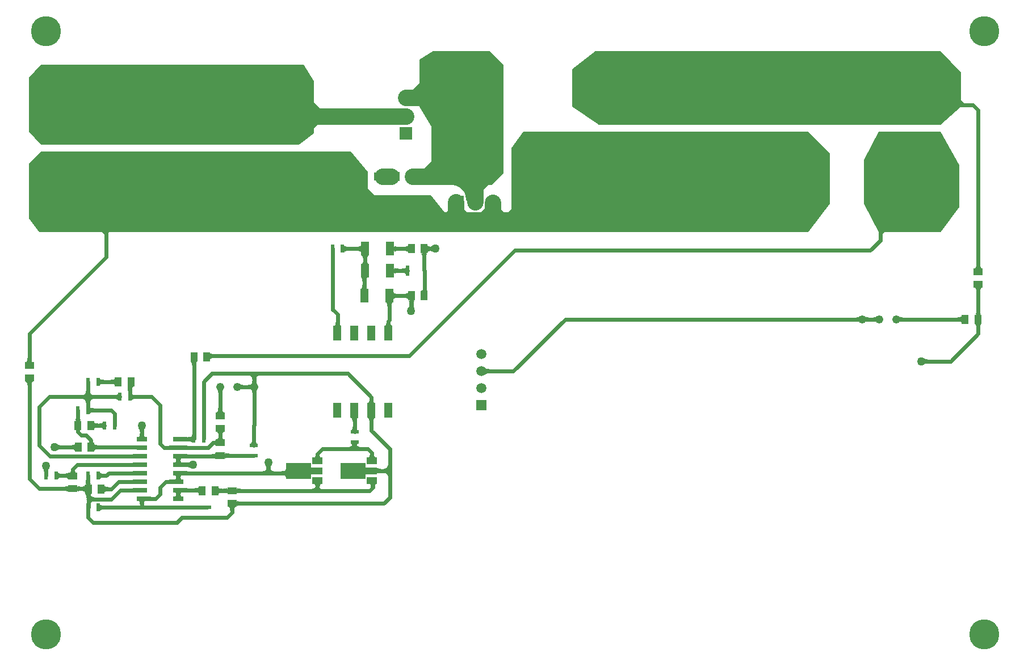
<source format=gtl>
G04 Layer_Physical_Order=1*
G04 Layer_Color=255*
%FSAX23Y23*%
%MOIN*%
G70*
G01*
G75*
%ADD10R,0.057X0.039*%
%ADD11R,0.039X0.057*%
%ADD12R,0.020X0.049*%
%ADD13R,0.060X0.026*%
%ADD14R,0.049X0.020*%
%ADD15R,0.049X0.079*%
%ADD16R,0.020X0.063*%
%ADD17R,0.051X0.087*%
%ADD18R,0.150X0.098*%
%ADD19R,0.059X0.039*%
%ADD20R,0.067X0.039*%
%ADD21R,0.079X0.161*%
%ADD22R,0.041X0.136*%
%ADD23C,0.024*%
%ADD24C,0.098*%
G04:AMPARAMS|DCode=25|XSize=126mil|YSize=15mil|CornerRadius=0mil|HoleSize=0mil|Usage=FLASHONLY|Rotation=315.000|XOffset=0mil|YOffset=0mil|HoleType=Round|Shape=Rectangle|*
%AMROTATEDRECTD25*
4,1,4,-0.050,0.039,-0.039,0.050,0.050,-0.039,0.039,-0.050,-0.050,0.039,0.0*
%
%ADD25ROTATEDRECTD25*%

G04:AMPARAMS|DCode=26|XSize=126mil|YSize=31mil|CornerRadius=0mil|HoleSize=0mil|Usage=FLASHONLY|Rotation=225.000|XOffset=0mil|YOffset=0mil|HoleType=Round|Shape=Rectangle|*
%AMROTATEDRECTD26*
4,1,4,0.033,0.056,0.056,0.033,-0.033,-0.056,-0.056,-0.033,0.033,0.056,0.0*
%
%ADD26ROTATEDRECTD26*%

G04:AMPARAMS|DCode=27|XSize=126mil|YSize=31mil|CornerRadius=0mil|HoleSize=0mil|Usage=FLASHONLY|Rotation=135.000|XOffset=0mil|YOffset=0mil|HoleType=Round|Shape=Rectangle|*
%AMROTATEDRECTD27*
4,1,4,0.056,-0.033,0.033,-0.056,-0.056,0.033,-0.033,0.056,0.056,-0.033,0.0*
%
%ADD27ROTATEDRECTD27*%

G04:AMPARAMS|DCode=28|XSize=78mil|YSize=69mil|CornerRadius=0mil|HoleSize=0mil|Usage=FLASHONLY|Rotation=225.000|XOffset=0mil|YOffset=0mil|HoleType=Round|Shape=Rectangle|*
%AMROTATEDRECTD28*
4,1,4,0.003,0.052,0.052,0.003,-0.003,-0.052,-0.052,-0.003,0.003,0.052,0.0*
%
%ADD28ROTATEDRECTD28*%

G04:AMPARAMS|DCode=29|XSize=148mil|YSize=69mil|CornerRadius=0mil|HoleSize=0mil|Usage=FLASHONLY|Rotation=135.000|XOffset=0mil|YOffset=0mil|HoleType=Round|Shape=Rectangle|*
%AMROTATEDRECTD29*
4,1,4,0.077,-0.028,0.028,-0.077,-0.077,0.028,-0.028,0.077,0.077,-0.028,0.0*
%
%ADD29ROTATEDRECTD29*%

G04:AMPARAMS|DCode=30|XSize=35mil|YSize=132mil|CornerRadius=0mil|HoleSize=0mil|Usage=FLASHONLY|Rotation=135.000|XOffset=0mil|YOffset=0mil|HoleType=Round|Shape=Rectangle|*
%AMROTATEDRECTD30*
4,1,4,0.059,0.034,-0.034,-0.059,-0.059,-0.034,0.034,0.059,0.059,0.034,0.0*
%
%ADD30ROTATEDRECTD30*%

G04:AMPARAMS|DCode=31|XSize=42mil|YSize=42mil|CornerRadius=0mil|HoleSize=0mil|Usage=FLASHONLY|Rotation=45.000|XOffset=0mil|YOffset=0mil|HoleType=Round|Shape=Rectangle|*
%AMROTATEDRECTD31*
4,1,4,0.000,-0.030,-0.030,0.000,0.000,0.030,0.030,0.000,0.000,-0.030,0.0*
%
%ADD31ROTATEDRECTD31*%

G04:AMPARAMS|DCode=32|XSize=90mil|YSize=21mil|CornerRadius=0mil|HoleSize=0mil|Usage=FLASHONLY|Rotation=45.000|XOffset=0mil|YOffset=0mil|HoleType=Round|Shape=Rectangle|*
%AMROTATEDRECTD32*
4,1,4,-0.025,-0.039,-0.039,-0.025,0.025,0.039,0.039,0.025,-0.025,-0.039,0.0*
%
%ADD32ROTATEDRECTD32*%

G04:AMPARAMS|DCode=33|XSize=10mil|YSize=98mil|CornerRadius=0mil|HoleSize=0mil|Usage=FLASHONLY|Rotation=45.000|XOffset=0mil|YOffset=0mil|HoleType=Round|Shape=Rectangle|*
%AMROTATEDRECTD33*
4,1,4,0.031,-0.038,-0.038,0.031,-0.031,0.038,0.038,-0.031,0.031,-0.038,0.0*
%
%ADD33ROTATEDRECTD33*%

G04:AMPARAMS|DCode=34|XSize=10mil|YSize=98mil|CornerRadius=0mil|HoleSize=0mil|Usage=FLASHONLY|Rotation=135.000|XOffset=0mil|YOffset=0mil|HoleType=Round|Shape=Rectangle|*
%AMROTATEDRECTD34*
4,1,4,0.038,0.031,-0.031,-0.038,-0.038,-0.031,0.031,0.038,0.038,0.031,0.0*
%
%ADD34ROTATEDRECTD34*%

G04:AMPARAMS|DCode=35|XSize=10mil|YSize=30mil|CornerRadius=0mil|HoleSize=0mil|Usage=FLASHONLY|Rotation=135.000|XOffset=0mil|YOffset=0mil|HoleType=Round|Shape=Rectangle|*
%AMROTATEDRECTD35*
4,1,4,0.014,0.007,-0.007,-0.014,-0.014,-0.007,0.007,0.014,0.014,0.007,0.0*
%
%ADD35ROTATEDRECTD35*%

G04:AMPARAMS|DCode=36|XSize=20mil|YSize=77mil|CornerRadius=0mil|HoleSize=0mil|Usage=FLASHONLY|Rotation=225.000|XOffset=0mil|YOffset=0mil|HoleType=Round|Shape=Rectangle|*
%AMROTATEDRECTD36*
4,1,4,-0.020,0.034,0.034,-0.020,0.020,-0.034,-0.034,0.020,-0.020,0.034,0.0*
%
%ADD36ROTATEDRECTD36*%

G04:AMPARAMS|DCode=37|XSize=51mil|YSize=16mil|CornerRadius=0mil|HoleSize=0mil|Usage=FLASHONLY|Rotation=45.000|XOffset=0mil|YOffset=0mil|HoleType=Round|Shape=Rectangle|*
%AMROTATEDRECTD37*
4,1,4,-0.012,-0.024,-0.024,-0.012,0.012,0.024,0.024,0.012,-0.012,-0.024,0.0*
%
%ADD37ROTATEDRECTD37*%

%ADD38C,0.048*%
%ADD39C,0.059*%
%ADD40R,0.059X0.059*%
%ADD41C,0.078*%
%ADD42R,0.078X0.078*%
%ADD43C,0.177*%
%ADD44R,0.074X0.074*%
%ADD45C,0.074*%
%ADD46C,0.157*%
%ADD47C,0.112*%
%ADD48C,0.050*%
G36*
X01741Y02235D02*
X01741Y02235D01*
X01740Y02235D01*
X01739Y02235D01*
X01736Y02235D01*
X01718Y02236D01*
Y02259D01*
X01741Y02260D01*
Y02235D01*
D02*
G37*
G36*
X02261Y02269D02*
X02262Y02268D01*
X02263Y02267D01*
X02265Y02266D01*
X02267Y02265D01*
X02269Y02264D01*
X02272Y02264D01*
X02276Y02263D01*
X02284Y02263D01*
Y02239D01*
X02280Y02239D01*
X02272Y02239D01*
X02269Y02238D01*
X02267Y02237D01*
X02265Y02236D01*
X02263Y02235D01*
X02262Y02234D01*
X02261Y02233D01*
X02261Y02231D01*
Y02271D01*
X02261Y02269D01*
D02*
G37*
G36*
X02204Y02231D02*
X02204Y02232D01*
X02203Y02233D01*
X02202Y02234D01*
X02200Y02234D01*
X02198Y02235D01*
X02196Y02235D01*
X02189Y02235D01*
X02180Y02236D01*
Y02259D01*
X02185Y02259D01*
X02189Y02260D01*
X02192Y02260D01*
X02196Y02261D01*
X02198Y02262D01*
X02200Y02263D01*
X02202Y02265D01*
X02203Y02266D01*
X02204Y02268D01*
X02204Y02271D01*
Y02231D01*
D02*
G37*
G36*
X02015Y02260D02*
X02016Y02260D01*
X02017Y02260D01*
X02021Y02259D01*
X02038Y02259D01*
Y02236D01*
X02015Y02235D01*
Y02260D01*
X02015Y02260D01*
D02*
G37*
G36*
X01378Y02277D02*
X01378Y02279D01*
X01377Y02281D01*
X01376Y02283D01*
X01375Y02284D01*
X01372Y02286D01*
X01370Y02287D01*
X01367Y02287D01*
X01363Y02288D01*
X01359Y02288D01*
X01355Y02288D01*
Y02312D01*
X01359Y02312D01*
X01363Y02313D01*
X01367Y02313D01*
X01370Y02314D01*
X01372Y02315D01*
X01375Y02316D01*
X01376Y02318D01*
X01377Y02320D01*
X01378Y02322D01*
X01378Y02324D01*
Y02277D01*
D02*
G37*
G36*
X03134Y02260D02*
X03134Y02256D01*
X03135Y02253D01*
X03136Y02250D01*
X03137Y02247D01*
X03138Y02245D01*
X03140Y02243D01*
X03142Y02242D01*
X03144Y02241D01*
X03146Y02241D01*
X03099D01*
X03101Y02241D01*
X03103Y02242D01*
X03105Y02243D01*
X03106Y02245D01*
X03107Y02247D01*
X03109Y02250D01*
X03109Y02253D01*
X03110Y02256D01*
X03110Y02260D01*
X03110Y02265D01*
X03134D01*
X03134Y02260D01*
D02*
G37*
G36*
X02815Y02257D02*
X02816Y02251D01*
X02816Y02248D01*
X02817Y02246D01*
X02818Y02244D01*
X02819Y02243D01*
X02820Y02242D01*
X02822Y02241D01*
X02823Y02241D01*
X02784D01*
X02785Y02241D01*
X02786Y02242D01*
X02788Y02243D01*
X02789Y02244D01*
X02789Y02246D01*
X02790Y02248D01*
X02791Y02251D01*
X02791Y02254D01*
X02791Y02257D01*
X02791Y02261D01*
X02815D01*
X02815Y02257D01*
D02*
G37*
G36*
X01378Y02168D02*
X01379Y02164D01*
X01379Y02161D01*
X01380Y02158D01*
X01381Y02156D01*
X01382Y02154D01*
X01383Y02153D01*
X01384Y02151D01*
X01386Y02151D01*
X01388Y02151D01*
X01345D01*
X01346Y02151D01*
X01348Y02151D01*
X01350Y02153D01*
X01351Y02154D01*
X01352Y02156D01*
X01353Y02158D01*
X01354Y02161D01*
X01354Y02164D01*
X01354Y02168D01*
X01354Y02172D01*
X01378D01*
X01378Y02168D01*
D02*
G37*
G36*
X03152Y02181D02*
X03153Y02179D01*
X03154Y02178D01*
X03155Y02177D01*
X03158Y02176D01*
X03160Y02176D01*
X03163Y02175D01*
X03167Y02175D01*
X03175Y02174D01*
Y02151D01*
X03171Y02151D01*
X03163Y02150D01*
X03160Y02149D01*
X03158Y02149D01*
X03155Y02148D01*
X03154Y02147D01*
X03153Y02146D01*
X03152Y02144D01*
X03152Y02143D01*
Y02182D01*
X03152Y02181D01*
D02*
G37*
G36*
X02530Y02191D02*
X02529Y02189D01*
X02529Y02188D01*
X02528Y02186D01*
X02527Y02184D01*
X02527Y02182D01*
X02526Y02180D01*
X02526Y02178D01*
X02527Y02174D01*
X02528Y02171D01*
X02530Y02168D01*
X02532Y02165D01*
X02534Y02163D01*
X02537Y02161D01*
X02541Y02160D01*
X02545Y02159D01*
X02549Y02159D01*
X02514Y02136D01*
X02479Y02159D01*
X02483Y02159D01*
X02487Y02160D01*
X02491Y02161D01*
X02494Y02163D01*
X02496Y02165D01*
X02498Y02168D01*
X02500Y02171D01*
X02501Y02174D01*
X02502Y02178D01*
X02502Y02180D01*
X02501Y02182D01*
X02501Y02184D01*
X02500Y02186D01*
X02499Y02188D01*
X02498Y02189D01*
X02498Y02191D01*
X02496Y02192D01*
X02531D01*
X02530Y02191D01*
D02*
G37*
G36*
X01225Y02173D02*
X01224Y02172D01*
X01223Y02170D01*
X01223Y02168D01*
X01222Y02167D01*
X01222Y02165D01*
X01221Y02162D01*
X01221Y02160D01*
X01221Y02158D01*
X01221Y02155D01*
X01197D01*
X01197Y02158D01*
X01196Y02162D01*
X01196Y02165D01*
X01196Y02167D01*
X01195Y02168D01*
X01194Y02170D01*
X01193Y02172D01*
X01192Y02173D01*
X01191Y02174D01*
X01226D01*
X01225Y02173D01*
D02*
G37*
G36*
X02006Y02234D02*
X02004Y02234D01*
X02002Y02233D01*
X02001Y02231D01*
X02000Y02229D01*
X01999Y02226D01*
X01998Y02223D01*
X01998Y02222D01*
X01998Y02222D01*
X01999Y02218D01*
X02000Y02216D01*
X02001Y02214D01*
X02002Y02212D01*
X02004Y02211D01*
X02006Y02210D01*
X02009Y02210D01*
X01961D01*
X01964Y02210D01*
X01966Y02211D01*
X01967Y02212D01*
X01969Y02214D01*
X01970Y02216D01*
X01971Y02218D01*
X01972Y02222D01*
X01972Y02222D01*
X01972Y02223D01*
X01971Y02226D01*
X01970Y02229D01*
X01969Y02231D01*
X01967Y02233D01*
X01966Y02234D01*
X01964Y02234D01*
X01961Y02235D01*
X02009D01*
X02006Y02234D01*
D02*
G37*
G36*
X02052Y02179D02*
X02051Y02181D01*
X02050Y02181D01*
X02048Y02182D01*
X02046Y02183D01*
X02045Y02184D01*
X02043Y02184D01*
X02040Y02185D01*
X02038Y02185D01*
X02036Y02185D01*
X02036Y02185D01*
X02015Y02185D01*
Y02210D01*
X02015Y02210D01*
X02016Y02210D01*
X02017Y02209D01*
X02019Y02209D01*
X02026Y02209D01*
X02035Y02209D01*
X02036Y02209D01*
X02040Y02209D01*
X02043Y02210D01*
X02045Y02210D01*
X02046Y02211D01*
X02048Y02212D01*
X02050Y02212D01*
X02051Y02213D01*
X02052Y02214D01*
Y02179D01*
D02*
G37*
G36*
X01741Y02185D02*
X01741Y02185D01*
X01740Y02185D01*
X01739Y02185D01*
X01736Y02185D01*
X01718Y02186D01*
Y02209D01*
X01741Y02210D01*
Y02185D01*
D02*
G37*
G36*
X01492Y02322D02*
X01493Y02320D01*
X01494Y02318D01*
X01496Y02316D01*
X01498Y02315D01*
X01501Y02314D01*
X01504Y02313D01*
X01507Y02313D01*
X01511Y02312D01*
X01516Y02312D01*
Y02288D01*
X01511Y02288D01*
X01507Y02288D01*
X01504Y02287D01*
X01501Y02287D01*
X01498Y02286D01*
X01496Y02284D01*
X01494Y02283D01*
X01493Y02281D01*
X01492Y02279D01*
X01492Y02277D01*
Y02324D01*
X01492Y02322D01*
D02*
G37*
G36*
X02015Y02360D02*
X02016Y02360D01*
X02017Y02360D01*
X02021Y02359D01*
X02038Y02359D01*
Y02336D01*
X02015Y02335D01*
Y02360D01*
X02015Y02360D01*
D02*
G37*
G36*
X01484Y02339D02*
X01485Y02329D01*
X01485Y02329D01*
X01486Y02329D01*
X01460D01*
X01460Y02329D01*
X01460Y02329D01*
X01460Y02330D01*
X01460Y02331D01*
X01461Y02332D01*
X01461Y02337D01*
X01461Y02342D01*
X01484D01*
X01484Y02339D01*
D02*
G37*
G36*
X02065Y02325D02*
X02065Y02327D01*
X02064Y02329D01*
X02063Y02330D01*
X02061Y02332D01*
X02059Y02333D01*
X02057Y02334D01*
X02054Y02335D01*
X02050Y02335D01*
X02046Y02335D01*
X02042Y02336D01*
Y02359D01*
X02046Y02359D01*
X02050Y02360D01*
X02054Y02360D01*
X02057Y02361D01*
X02059Y02362D01*
X02061Y02363D01*
X02063Y02365D01*
X02064Y02367D01*
X02065Y02369D01*
X02065Y02371D01*
Y02325D01*
D02*
G37*
G36*
X02254Y02391D02*
X02252Y02390D01*
X02250Y02389D01*
X02249Y02387D01*
X02247Y02385D01*
X02246Y02383D01*
X02245Y02379D01*
X02245Y02376D01*
X02244Y02372D01*
X02244Y02368D01*
X02244Y02365D01*
X02245Y02361D01*
X02245Y02357D01*
X02246Y02354D01*
X02247Y02351D01*
X02249Y02349D01*
X02250Y02348D01*
X02252Y02346D01*
X02254Y02346D01*
X02256Y02345D01*
X02209D01*
X02211Y02346D01*
X02213Y02346D01*
X02215Y02348D01*
X02216Y02349D01*
X02218Y02351D01*
X02219Y02354D01*
X02220Y02357D01*
X02220Y02361D01*
X02221Y02365D01*
X02221Y02368D01*
X02221Y02372D01*
X02220Y02376D01*
X02220Y02379D01*
X02219Y02383D01*
X02218Y02385D01*
X02216Y02387D01*
X02215Y02389D01*
X02213Y02390D01*
X02211Y02391D01*
X02209Y02391D01*
X02256D01*
X02254Y02391D01*
D02*
G37*
G36*
X03032Y02418D02*
X03032Y02414D01*
X03033Y02410D01*
X03034Y02407D01*
X03035Y02404D01*
X03036Y02402D01*
X03037Y02401D01*
X03039Y02400D01*
X03041Y02399D01*
X03043Y02399D01*
X02996D01*
X02998Y02399D01*
X03000Y02400D01*
X03002Y02401D01*
X03004Y02402D01*
X03005Y02404D01*
X03006Y02407D01*
X03007Y02410D01*
X03008Y02414D01*
X03008Y02418D01*
X03008Y02422D01*
X03032D01*
X03032Y02418D01*
D02*
G37*
G36*
X01787Y02410D02*
X01786Y02409D01*
X01786Y02407D01*
X01785Y02406D01*
X01784Y02404D01*
X01784Y02402D01*
X01784Y02400D01*
X01783Y02397D01*
X01783Y02392D01*
X01760Y02390D01*
X01759Y02393D01*
X01759Y02398D01*
X01759Y02400D01*
X01758Y02402D01*
X01757Y02404D01*
X01757Y02405D01*
X01756Y02407D01*
X01755Y02408D01*
X01753Y02409D01*
X01788Y02411D01*
X01787Y02410D01*
D02*
G37*
G36*
X01783Y02379D02*
X01784Y02375D01*
X01784Y02372D01*
X01785Y02368D01*
X01786Y02366D01*
X01787Y02364D01*
X01789Y02362D01*
X01791Y02361D01*
X01793Y02360D01*
X01795Y02360D01*
X01748D01*
X01750Y02360D01*
X01752Y02361D01*
X01754Y02362D01*
X01755Y02364D01*
X01757Y02366D01*
X01758Y02368D01*
X01758Y02372D01*
X01759Y02375D01*
X01759Y02379D01*
X01760Y02384D01*
X01783D01*
X01783Y02379D01*
D02*
G37*
G36*
X01741Y02310D02*
Y02285D01*
X01741Y02285D01*
X01740Y02286D01*
X01739Y02287D01*
X01738Y02287D01*
X01736Y02288D01*
X01733Y02288D01*
X01726Y02288D01*
X01718Y02288D01*
Y02312D01*
X01741Y02310D01*
D02*
G37*
G36*
X01277Y02317D02*
X01278Y02316D01*
X01280Y02315D01*
X01282Y02314D01*
X01283Y02314D01*
X01285Y02313D01*
X01288Y02313D01*
X01290Y02312D01*
X01292Y02312D01*
X01295Y02312D01*
X01295Y02288D01*
X01292Y02288D01*
X01288Y02288D01*
X01285Y02288D01*
X01283Y02287D01*
X01282Y02286D01*
X01280Y02286D01*
X01278Y02285D01*
X01277Y02284D01*
X01276Y02283D01*
X01276Y02318D01*
X01277Y02317D01*
D02*
G37*
G36*
X03032Y02321D02*
X03032Y02320D01*
X03043D01*
X03041Y02320D01*
X03039Y02319D01*
X03037Y02318D01*
X03036Y02316D01*
X03035Y02314D01*
X03034Y02313D01*
X03035Y02311D01*
X03038Y02308D01*
X03040Y02306D01*
X03043Y02304D01*
X03047Y02303D01*
X03051Y02302D01*
X03055Y02302D01*
X03020Y02279D01*
X02984Y02302D01*
X02989Y02302D01*
X02993Y02303D01*
X02996Y02304D01*
X03000Y02306D01*
X03002Y02308D01*
X03004Y02311D01*
X03006Y02313D01*
X03005Y02314D01*
X03004Y02316D01*
X03002Y02318D01*
X03000Y02319D01*
X02998Y02320D01*
X02996Y02320D01*
X03008D01*
X03008Y02321D01*
X03008Y02326D01*
X03032D01*
X03032Y02321D01*
D02*
G37*
G36*
X01955Y02285D02*
X01955Y02285D01*
X01954Y02285D01*
X01953Y02285D01*
X01949Y02285D01*
X01931Y02286D01*
Y02309D01*
X01955Y02310D01*
Y02285D01*
D02*
G37*
G36*
X02441Y02339D02*
X02442Y02335D01*
X02442Y02331D01*
X02443Y02328D01*
X02444Y02326D01*
X02445Y02324D01*
X02447Y02322D01*
X02449Y02321D01*
X02451Y02320D01*
X02453Y02320D01*
X02406D01*
X02408Y02320D01*
X02410Y02321D01*
X02412Y02322D01*
X02413Y02324D01*
X02415Y02326D01*
X02416Y02328D01*
X02416Y02331D01*
X02417Y02335D01*
X02417Y02339D01*
X02417Y02343D01*
X02441D01*
X02441Y02339D01*
D02*
G37*
G36*
X02204Y02311D02*
X02204Y02312D01*
X02204Y02312D01*
X02203Y02313D01*
X02202Y02313D01*
X02200Y02313D01*
X02199Y02314D01*
X02197Y02314D01*
X02192Y02314D01*
X02189Y02314D01*
Y02338D01*
X02192Y02338D01*
X02199Y02338D01*
X02200Y02338D01*
X02202Y02339D01*
X02203Y02339D01*
X02204Y02340D01*
X02204Y02340D01*
X02204Y02341D01*
Y02311D01*
D02*
G37*
G36*
X02015Y02310D02*
X02016Y02310D01*
X02017Y02310D01*
X02021Y02309D01*
X02038Y02309D01*
Y02286D01*
X02015Y02285D01*
Y02310D01*
X02015Y02310D01*
D02*
G37*
G36*
X02273Y02025D02*
X02273Y02026D01*
X02272Y02028D01*
X02271Y02029D01*
X02269Y02030D01*
X02267Y02031D01*
X02264Y02031D01*
X02261Y02032D01*
X02258Y02032D01*
X02249Y02033D01*
Y02056D01*
X02254Y02056D01*
X02261Y02057D01*
X02264Y02057D01*
X02267Y02058D01*
X02269Y02059D01*
X02271Y02060D01*
X02272Y02061D01*
X02273Y02062D01*
X02273Y02064D01*
Y02025D01*
D02*
G37*
G36*
X02107Y02024D02*
X02106Y02026D01*
X02106Y02028D01*
X02105Y02030D01*
X02103Y02031D01*
X02101Y02033D01*
X02098Y02034D01*
X02095Y02034D01*
X02092Y02035D01*
X02087Y02035D01*
X02083Y02036D01*
Y02059D01*
X02087Y02059D01*
X02092Y02060D01*
X02095Y02060D01*
X02098Y02061D01*
X02101Y02062D01*
X02103Y02063D01*
X02105Y02065D01*
X02106Y02067D01*
X02106Y02069D01*
X02107Y02071D01*
Y02024D01*
D02*
G37*
G36*
X02221Y02066D02*
X02221Y02064D01*
X02223Y02062D01*
X02224Y02060D01*
X02226Y02059D01*
X02229Y02058D01*
X02232Y02057D01*
X02236Y02057D01*
X02240Y02056D01*
X02244Y02056D01*
Y02033D01*
X02240Y02032D01*
X02236Y02032D01*
X02232Y02031D01*
X02229Y02031D01*
X02226Y02030D01*
X02224Y02028D01*
X02223Y02027D01*
X02221Y02025D01*
X02221Y02023D01*
X02221Y02021D01*
Y02068D01*
X02221Y02066D01*
D02*
G37*
G36*
X02330Y02062D02*
X02331Y02061D01*
X02332Y02060D01*
X02334Y02059D01*
X02336Y02058D01*
X02338Y02057D01*
X02341Y02057D01*
X02345Y02056D01*
X02353Y02056D01*
Y02033D01*
X02349Y02032D01*
X02341Y02032D01*
X02338Y02031D01*
X02336Y02031D01*
X02334Y02030D01*
X02332Y02029D01*
X02331Y02028D01*
X02330Y02026D01*
X02330Y02025D01*
Y02064D01*
X02330Y02062D01*
D02*
G37*
G36*
X01741Y02035D02*
X01741Y02035D01*
X01740Y02035D01*
X01739Y02035D01*
X01736Y02035D01*
X01718Y02036D01*
Y02059D01*
X01741Y02060D01*
Y02035D01*
D02*
G37*
G36*
X02825Y02084D02*
X02823Y02083D01*
X02821Y02082D01*
X02819Y02080D01*
X02818Y02078D01*
X02817Y02075D01*
X02816Y02072D01*
X02816Y02069D01*
X02816Y02068D01*
X02816Y02065D01*
X02817Y02062D01*
X02818Y02060D01*
X02819Y02058D01*
X02820Y02057D01*
X02821Y02056D01*
X02823Y02056D01*
X02803Y02033D01*
X02768Y02056D01*
X02772Y02056D01*
X02776Y02057D01*
X02780Y02058D01*
X02783Y02060D01*
X02786Y02062D01*
X02788Y02065D01*
X02789Y02068D01*
X02791Y02071D01*
X02791Y02071D01*
X02790Y02072D01*
X02790Y02075D01*
X02789Y02078D01*
X02787Y02080D01*
X02786Y02082D01*
X02784Y02083D01*
X02782Y02084D01*
X02780Y02084D01*
X02827D01*
X02825Y02084D01*
D02*
G37*
G36*
X01551Y02076D02*
X01552Y02074D01*
X01553Y02072D01*
X01555Y02070D01*
X01557Y02069D01*
X01560Y02068D01*
X01563Y02067D01*
X01566Y02066D01*
X01570Y02066D01*
X01575Y02066D01*
Y02042D01*
X01570Y02042D01*
X01566Y02042D01*
X01563Y02041D01*
X01560Y02041D01*
X01557Y02039D01*
X01555Y02038D01*
X01553Y02037D01*
X01552Y02035D01*
X01551Y02033D01*
X01551Y02031D01*
Y02078D01*
X01551Y02076D01*
D02*
G37*
G36*
X02330Y01988D02*
X02331Y01986D01*
X02332Y01985D01*
X02334Y01984D01*
X02336Y01983D01*
X02338Y01983D01*
X02341Y01982D01*
X02345Y01982D01*
X02353Y01981D01*
Y01958D01*
X02349Y01958D01*
X02341Y01957D01*
X02338Y01957D01*
X02336Y01956D01*
X02334Y01955D01*
X02332Y01954D01*
X02331Y01953D01*
X02330Y01951D01*
X02330Y01950D01*
Y01989D01*
X02330Y01988D01*
D02*
G37*
G36*
X02323Y01950D02*
X02321Y01949D01*
X02319Y01948D01*
X02317Y01946D01*
X02316Y01944D01*
X02315Y01942D01*
X02314Y01938D01*
X02314Y01935D01*
X02313Y01931D01*
X02313Y01926D01*
X02290D01*
X02289Y01931D01*
X02289Y01935D01*
X02288Y01938D01*
X02288Y01942D01*
X02287Y01944D01*
X02285Y01946D01*
X02284Y01948D01*
X02282Y01949D01*
X02280Y01950D01*
X02278Y01950D01*
X02325D01*
X02323Y01950D01*
D02*
G37*
G36*
X01524Y01967D02*
X01525Y01965D01*
X01526Y01964D01*
X01527Y01962D01*
X01530Y01961D01*
X01532Y01960D01*
X01535Y01959D01*
X01539Y01958D01*
X01543Y01958D01*
X01547Y01958D01*
Y01934D01*
X01543Y01934D01*
X01539Y01934D01*
X01535Y01933D01*
X01532Y01932D01*
X01530Y01931D01*
X01527Y01930D01*
X01526Y01928D01*
X01525Y01927D01*
X01524Y01925D01*
X01524Y01922D01*
Y01970D01*
X01524Y01967D01*
D02*
G37*
G36*
X01469Y02026D02*
X01469Y02026D01*
X01476D01*
X01475Y02026D01*
X01474Y02025D01*
X01472Y02024D01*
X01471Y02022D01*
X01471Y02020D01*
X01470Y02019D01*
X01471Y02019D01*
X01472Y02015D01*
X01475Y02013D01*
X01477Y02011D01*
X01480Y02009D01*
X01484Y02008D01*
X01488Y02007D01*
X01492Y02007D01*
Y01983D01*
X01488Y01983D01*
X01484Y01982D01*
X01480Y01981D01*
X01477Y01980D01*
X01475Y01977D01*
X01472Y01975D01*
X01471Y01972D01*
X01470Y01968D01*
X01469Y01964D01*
X01469Y01960D01*
X01445Y01995D01*
X01450Y02002D01*
X01445D01*
X01445Y02007D01*
X01444Y02014D01*
X01444Y02017D01*
X01443Y02020D01*
X01442Y02022D01*
X01441Y02024D01*
X01440Y02025D01*
X01439Y02026D01*
X01437Y02026D01*
X01465D01*
X01469Y02031D01*
X01469Y02026D01*
D02*
G37*
G36*
X02006Y02034D02*
X02004Y02034D01*
X02002Y02033D01*
X02001Y02031D01*
X02000Y02029D01*
X01999Y02026D01*
X01998Y02023D01*
X01998Y02022D01*
X01998Y02022D01*
X01999Y02018D01*
X02000Y02016D01*
X02001Y02014D01*
X02002Y02012D01*
X02004Y02011D01*
X02006Y02010D01*
X02009Y02010D01*
X01961D01*
X01964Y02010D01*
X01966Y02011D01*
X01967Y02012D01*
X01969Y02014D01*
X01970Y02016D01*
X01971Y02018D01*
X01972Y02022D01*
X01972Y02022D01*
X01972Y02023D01*
X01971Y02026D01*
X01970Y02029D01*
X01969Y02031D01*
X01967Y02033D01*
X01966Y02034D01*
X01964Y02034D01*
X01961Y02035D01*
X02009D01*
X02006Y02034D01*
D02*
G37*
G36*
X01801Y02010D02*
X01802Y02010D01*
X01803Y02010D01*
X01807Y02009D01*
X01825Y02009D01*
Y01986D01*
X01801Y01985D01*
Y02010D01*
X01801Y02010D01*
D02*
G37*
G36*
X01793Y01984D02*
X01791Y01984D01*
X01789Y01983D01*
X01787Y01981D01*
X01786Y01979D01*
X01785Y01976D01*
X01784Y01973D01*
X01784Y01970D01*
X01783Y01966D01*
X01783Y01961D01*
X01760D01*
X01759Y01966D01*
X01759Y01970D01*
X01758Y01973D01*
X01758Y01976D01*
X01757Y01979D01*
X01755Y01981D01*
X01754Y01983D01*
X01752Y01984D01*
X01750Y01984D01*
X01748Y01985D01*
X01795D01*
X01793Y01984D01*
D02*
G37*
G36*
X02015Y02060D02*
X02016Y02060D01*
X02017Y02060D01*
X02021Y02059D01*
X02038Y02059D01*
Y02036D01*
X02015Y02035D01*
Y02060D01*
X02015Y02060D01*
D02*
G37*
G36*
X01338Y02111D02*
X01338Y02113D01*
X01337Y02115D01*
X01336Y02116D01*
X01334Y02118D01*
X01332Y02119D01*
X01329Y02120D01*
X01326Y02120D01*
X01323Y02121D01*
X01319Y02121D01*
X01314Y02121D01*
Y02145D01*
X01319Y02145D01*
X01329Y02146D01*
X01332Y02146D01*
X01334Y02147D01*
X01336Y02148D01*
X01337Y02148D01*
X01338Y02149D01*
X01338Y02151D01*
Y02111D01*
D02*
G37*
G36*
X02006Y02134D02*
X02004Y02134D01*
X02002Y02133D01*
X02001Y02131D01*
X02000Y02129D01*
X01999Y02126D01*
X01998Y02123D01*
X01998Y02122D01*
X01998Y02122D01*
X01999Y02118D01*
X02000Y02116D01*
X02001Y02114D01*
X02002Y02112D01*
X02004Y02111D01*
X02006Y02110D01*
X02009Y02110D01*
X01961D01*
X01964Y02110D01*
X01966Y02111D01*
X01967Y02112D01*
X01969Y02114D01*
X01970Y02116D01*
X01971Y02118D01*
X01972Y02122D01*
X01972Y02122D01*
X01972Y02123D01*
X01971Y02126D01*
X01970Y02129D01*
X01969Y02131D01*
X01967Y02133D01*
X01966Y02134D01*
X01964Y02134D01*
X01961Y02135D01*
X02009D01*
X02006Y02134D01*
D02*
G37*
G36*
X01524Y02154D02*
X01525Y02152D01*
X01526Y02151D01*
X01527Y02149D01*
X01530Y02148D01*
X01532Y02147D01*
X01535Y02146D01*
X01539Y02145D01*
X01543Y02145D01*
X01547Y02145D01*
Y02121D01*
X01543Y02121D01*
X01539Y02121D01*
X01535Y02120D01*
X01532Y02119D01*
X01530Y02118D01*
X01527Y02117D01*
X01526Y02115D01*
X01525Y02114D01*
X01524Y02112D01*
X01524Y02109D01*
Y02157D01*
X01524Y02154D01*
D02*
G37*
G36*
X02617Y02124D02*
X02616Y02126D01*
X02616Y02128D01*
X02614Y02130D01*
X02613Y02131D01*
X02611Y02133D01*
X02608Y02134D01*
X02605Y02134D01*
X02601Y02135D01*
X02597Y02135D01*
X02593Y02136D01*
Y02159D01*
X02597Y02159D01*
X02601Y02160D01*
X02605Y02160D01*
X02608Y02161D01*
X02611Y02162D01*
X02613Y02163D01*
X02614Y02165D01*
X02616Y02167D01*
X02616Y02169D01*
X02617Y02171D01*
Y02124D01*
D02*
G37*
G36*
X02015Y02160D02*
X02016Y02160D01*
X02017Y02160D01*
X02021Y02159D01*
X02038Y02159D01*
Y02136D01*
X02015Y02135D01*
Y02160D01*
X02015Y02160D01*
D02*
G37*
G36*
X01741Y02135D02*
X01741Y02135D01*
X01740Y02135D01*
X01739Y02135D01*
X01736Y02135D01*
X01718Y02136D01*
Y02159D01*
X01741Y02160D01*
Y02135D01*
D02*
G37*
G36*
X03238Y02162D02*
X03215Y02127D01*
X03214Y02132D01*
X03214Y02136D01*
X03213Y02139D01*
X03211Y02142D01*
X03209Y02145D01*
X03206Y02147D01*
X03203Y02149D01*
X03200Y02150D01*
X03196Y02150D01*
X03191Y02151D01*
Y02174D01*
X03196Y02175D01*
X03200Y02175D01*
X03203Y02176D01*
X03206Y02178D01*
X03209Y02180D01*
X03211Y02183D01*
X03213Y02186D01*
X03214Y02189D01*
X03214Y02193D01*
X03215Y02198D01*
X03238Y02162D01*
D02*
G37*
G36*
X01437Y02033D02*
X01437Y02035D01*
X01436Y02037D01*
X01435Y02039D01*
X01434Y02040D01*
X01431Y02041D01*
X01429Y02042D01*
X01426Y02043D01*
X01422Y02044D01*
X01418Y02044D01*
X01416Y02044D01*
X01414Y02044D01*
X01406Y02044D01*
X01403Y02043D01*
X01401Y02042D01*
X01399Y02042D01*
X01397Y02041D01*
X01396Y02039D01*
X01395Y02038D01*
X01395Y02037D01*
Y02076D01*
X01395Y02074D01*
X01396Y02073D01*
X01397Y02072D01*
X01399Y02071D01*
X01401Y02070D01*
X01403Y02069D01*
X01406Y02069D01*
X01410Y02068D01*
X01416Y02068D01*
X01418Y02068D01*
X01422Y02068D01*
X01426Y02069D01*
X01429Y02070D01*
X01431Y02071D01*
X01434Y02072D01*
X01435Y02074D01*
X01436Y02076D01*
X01437Y02078D01*
X01437Y02080D01*
Y02033D01*
D02*
G37*
G36*
X03146Y02084D02*
X03145Y02083D01*
X03144Y02082D01*
X03143Y02081D01*
X03142Y02079D01*
X03141Y02077D01*
X03141Y02074D01*
X03140Y02071D01*
X03140Y02068D01*
X03140Y02064D01*
X03116D01*
X03116Y02068D01*
X03116Y02074D01*
X03115Y02077D01*
X03114Y02079D01*
X03113Y02081D01*
X03112Y02082D01*
X03111Y02083D01*
X03110Y02084D01*
X03108Y02084D01*
X03148D01*
X03146Y02084D01*
D02*
G37*
G36*
X01338Y02037D02*
X01338Y02038D01*
X01337Y02039D01*
X01336Y02041D01*
X01334Y02042D01*
X01332Y02042D01*
X01329Y02043D01*
X01326Y02044D01*
X01323Y02044D01*
X01314Y02044D01*
Y02068D01*
X01319Y02068D01*
X01326Y02069D01*
X01329Y02069D01*
X01332Y02070D01*
X01334Y02071D01*
X01336Y02072D01*
X01337Y02073D01*
X01338Y02074D01*
X01338Y02076D01*
Y02037D01*
D02*
G37*
G36*
X01467Y02102D02*
X01468Y02094D01*
X01468Y02091D01*
X01469Y02089D01*
X01470Y02086D01*
X01471Y02085D01*
X01473Y02084D01*
X01475Y02083D01*
X01476Y02083D01*
X01437D01*
X01438Y02083D01*
X01439Y02084D01*
X01440Y02085D01*
X01441Y02086D01*
X01442Y02089D01*
X01442Y02091D01*
X01443Y02094D01*
X01443Y02102D01*
X01443Y02106D01*
X01467D01*
X01467Y02102D01*
D02*
G37*
G36*
X01278Y02154D02*
X01278Y02152D01*
X01280Y02151D01*
X01281Y02149D01*
X01283Y02148D01*
X01286Y02147D01*
X01289Y02146D01*
X01293Y02145D01*
X01297Y02145D01*
X01301Y02145D01*
Y02121D01*
X01297Y02121D01*
X01293Y02121D01*
X01289Y02120D01*
X01286Y02119D01*
X01283Y02118D01*
X01281Y02117D01*
X01280Y02115D01*
X01278Y02114D01*
X01278Y02112D01*
X01277Y02109D01*
Y02157D01*
X01278Y02154D01*
D02*
G37*
G36*
X01955Y02085D02*
X01955Y02085D01*
X01954Y02085D01*
X01953Y02085D01*
X01949Y02085D01*
X01931Y02086D01*
Y02109D01*
X01955Y02110D01*
Y02085D01*
D02*
G37*
G36*
X01741D02*
X01741Y02085D01*
X01740Y02085D01*
X01739Y02085D01*
X01736Y02085D01*
X01718Y02086D01*
Y02109D01*
X01741Y02110D01*
Y02085D01*
D02*
G37*
G36*
X01490Y02450D02*
X01491Y02448D01*
X01492Y02446D01*
X01494Y02444D01*
X01496Y02443D01*
X01499Y02442D01*
X01502Y02441D01*
X01505Y02441D01*
X01509Y02440D01*
X01514Y02440D01*
Y02416D01*
X01509Y02416D01*
X01505Y02416D01*
X01502Y02415D01*
X01499Y02415D01*
X01496Y02413D01*
X01494Y02412D01*
X01492Y02411D01*
X01491Y02409D01*
X01490Y02407D01*
X01490Y02405D01*
Y02452D01*
X01490Y02450D01*
D02*
G37*
G36*
X06704Y03237D02*
X06702Y03237D01*
X06701Y03236D01*
X06699Y03234D01*
X06698Y03232D01*
X06697Y03229D01*
X06696Y03226D01*
X06695Y03223D01*
X06695Y03218D01*
X06695Y03214D01*
X06671D01*
X06671Y03218D01*
X06671Y03223D01*
X06670Y03226D01*
X06669Y03229D01*
X06668Y03232D01*
X06667Y03234D01*
X06665Y03236D01*
X06664Y03237D01*
X06662Y03237D01*
X06659Y03238D01*
X06707D01*
X06704Y03237D01*
D02*
G37*
G36*
X03335Y03166D02*
X03335Y03169D01*
X03334Y03171D01*
X03333Y03172D01*
X03331Y03174D01*
X03329Y03175D01*
X03326Y03176D01*
X03323Y03177D01*
X03320Y03178D01*
X03316Y03178D01*
X03311Y03178D01*
Y03202D01*
X03316Y03202D01*
X03320Y03202D01*
X03323Y03203D01*
X03326Y03204D01*
X03329Y03205D01*
X03331Y03206D01*
X03333Y03208D01*
X03334Y03209D01*
X03335Y03211D01*
X03335Y03214D01*
Y03166D01*
D02*
G37*
G36*
X03249Y03211D02*
X03250Y03209D01*
X03251Y03208D01*
X03253Y03206D01*
X03255Y03205D01*
X03258Y03204D01*
X03261Y03203D01*
X03264Y03202D01*
X03268Y03202D01*
X03273Y03202D01*
Y03178D01*
X03268Y03178D01*
X03264Y03178D01*
X03261Y03177D01*
X03258Y03176D01*
X03255Y03175D01*
X03253Y03174D01*
X03251Y03172D01*
X03250Y03171D01*
X03249Y03169D01*
X03249Y03166D01*
Y03214D01*
X03249Y03211D01*
D02*
G37*
G36*
X03445Y03238D02*
X03446Y03224D01*
X03446Y03222D01*
X03447Y03221D01*
X03447Y03219D01*
X03448Y03219D01*
X03449Y03218D01*
X03410D01*
X03412Y03219D01*
X03414Y03219D01*
X03416Y03221D01*
X03417Y03222D01*
X03418Y03224D01*
X03420Y03227D01*
X03420Y03230D01*
X03421Y03234D01*
X03421Y03238D01*
X03421Y03242D01*
X03445D01*
X03445Y03238D01*
D02*
G37*
G36*
X03254Y03359D02*
X03255Y03357D01*
X03256Y03355D01*
X03258Y03354D01*
X03260Y03352D01*
X03262Y03351D01*
X03265Y03351D01*
X03269Y03350D01*
X03273Y03350D01*
X03278Y03349D01*
Y03326D01*
X03273Y03326D01*
X03269Y03325D01*
X03265Y03325D01*
X03262Y03324D01*
X03260Y03323D01*
X03258Y03322D01*
X03256Y03320D01*
X03255Y03318D01*
X03254Y03316D01*
X03254Y03314D01*
Y03361D01*
X03254Y03359D01*
D02*
G37*
G36*
X03098Y03298D02*
X03096Y03298D01*
X03095Y03296D01*
X03093Y03295D01*
X03092Y03293D01*
X03091Y03290D01*
X03090Y03287D01*
X03089Y03283D01*
X03089Y03279D01*
X03089Y03275D01*
X03065D01*
X03065Y03279D01*
X03064Y03287D01*
X03064Y03290D01*
X03063Y03293D01*
X03062Y03295D01*
X03061Y03296D01*
X03060Y03297D01*
X03059Y03298D01*
X03057Y03298D01*
X03101Y03299D01*
X03098Y03298D01*
D02*
G37*
G36*
X03089Y03248D02*
X03089Y03244D01*
X03090Y03241D01*
X03091Y03238D01*
X03092Y03235D01*
X03093Y03233D01*
X03095Y03231D01*
X03096Y03230D01*
X03098Y03229D01*
X03101Y03229D01*
X03053D01*
X03056Y03229D01*
X03058Y03230D01*
X03059Y03231D01*
X03061Y03233D01*
X03062Y03235D01*
X03063Y03238D01*
X03064Y03241D01*
X03065Y03244D01*
X03065Y03248D01*
X03065Y03253D01*
X03089D01*
X03089Y03248D01*
D02*
G37*
G36*
X06086Y03035D02*
X06085Y03036D01*
X06084Y03037D01*
X06082Y03038D01*
X06081Y03039D01*
X06079Y03039D01*
X06077Y03040D01*
X06075Y03040D01*
X06073Y03040D01*
X06068Y03040D01*
Y03064D01*
X06070Y03064D01*
X06075Y03065D01*
X06077Y03065D01*
X06079Y03065D01*
X06081Y03066D01*
X06082Y03066D01*
X06084Y03067D01*
X06085Y03068D01*
X06086Y03069D01*
Y03035D01*
D02*
G37*
G36*
X06021Y03068D02*
X06022Y03067D01*
X06024Y03066D01*
X06025Y03066D01*
X06027Y03065D01*
X06029Y03065D01*
X06031Y03065D01*
X06033Y03064D01*
X06038Y03064D01*
Y03040D01*
X06036Y03040D01*
X06031Y03040D01*
X06029Y03040D01*
X06027Y03039D01*
X06025Y03039D01*
X06024Y03038D01*
X06022Y03037D01*
X06021Y03036D01*
X06020Y03035D01*
Y03069D01*
X06021Y03068D01*
D02*
G37*
G36*
X05986Y03035D02*
X05985Y03036D01*
X05984Y03037D01*
X05982Y03038D01*
X05981Y03039D01*
X05979Y03039D01*
X05977Y03040D01*
X05975Y03040D01*
X05973Y03040D01*
X05968Y03040D01*
Y03064D01*
X05970Y03064D01*
X05975Y03065D01*
X05977Y03065D01*
X05979Y03065D01*
X05981Y03066D01*
X05982Y03066D01*
X05984Y03067D01*
X05985Y03068D01*
X05986Y03069D01*
Y03035D01*
D02*
G37*
G36*
X06221Y03068D02*
X06222Y03067D01*
X06224Y03066D01*
X06225Y03066D01*
X06227Y03065D01*
X06229Y03065D01*
X06231Y03065D01*
X06233Y03064D01*
X06238Y03064D01*
Y03040D01*
X06236Y03040D01*
X06231Y03040D01*
X06229Y03040D01*
X06227Y03039D01*
X06225Y03039D01*
X06224Y03038D01*
X06222Y03037D01*
X06221Y03036D01*
X06220Y03035D01*
Y03069D01*
X06221Y03068D01*
D02*
G37*
G36*
X03246Y03151D02*
X03244Y03150D01*
X03242Y03149D01*
X03241Y03147D01*
X03239Y03145D01*
X03238Y03142D01*
X03237Y03139D01*
X03237Y03136D01*
X03236Y03132D01*
X03236Y03127D01*
X03213D01*
X03213Y03132D01*
X03212Y03136D01*
X03212Y03139D01*
X03211Y03142D01*
X03210Y03145D01*
X03209Y03147D01*
X03207Y03149D01*
X03205Y03150D01*
X03203Y03151D01*
X03201Y03151D01*
X03248D01*
X03246Y03151D01*
D02*
G37*
G36*
X03373Y03161D02*
X03371Y03161D01*
X03370Y03159D01*
X03369Y03158D01*
X03368Y03156D01*
X03368Y03153D01*
X03367Y03150D01*
X03367Y03146D01*
X03366Y03138D01*
X03359D01*
X03366Y03137D01*
X03366Y03135D01*
X03367Y03130D01*
X03367Y03128D01*
X03368Y03126D01*
X03368Y03124D01*
X03369Y03122D01*
X03370Y03121D01*
X03370Y03119D01*
X03371Y03118D01*
X03336Y03121D01*
X03338Y03122D01*
X03339Y03123D01*
X03340Y03125D01*
X03340Y03126D01*
X03341Y03128D01*
X03342Y03130D01*
X03342Y03132D01*
X03342Y03134D01*
X03343Y03137D01*
X03343Y03139D01*
X03343Y03142D01*
X03342Y03150D01*
X03341Y03153D01*
X03341Y03156D01*
X03340Y03158D01*
X03339Y03159D01*
X03338Y03161D01*
X03336Y03161D01*
X03335Y03162D01*
X03374D01*
X03373Y03161D01*
D02*
G37*
G36*
X06695Y03100D02*
X06696Y03089D01*
X06696Y03087D01*
X06697Y03084D01*
X06698Y03083D01*
X06699Y03082D01*
X06700Y03081D01*
X06701Y03081D01*
X06662D01*
X06664Y03081D01*
X06665Y03082D01*
X06667Y03083D01*
X06668Y03084D01*
X06669Y03087D01*
X06670Y03089D01*
X06670Y03092D01*
X06671Y03096D01*
X06671Y03100D01*
X06671Y03104D01*
X06695D01*
X06695Y03100D01*
D02*
G37*
G36*
X03321Y03314D02*
X03321Y03316D01*
X03320Y03318D01*
X03319Y03320D01*
X03317Y03322D01*
X03315Y03323D01*
X03313Y03324D01*
X03310Y03325D01*
X03306Y03325D01*
X03302Y03326D01*
X03298Y03326D01*
Y03349D01*
X03302Y03350D01*
X03306Y03350D01*
X03310Y03351D01*
X03313Y03351D01*
X03315Y03352D01*
X03317Y03354D01*
X03319Y03355D01*
X03320Y03357D01*
X03321Y03359D01*
X03321Y03361D01*
Y03314D01*
D02*
G37*
G36*
X06463Y04155D02*
Y04155D01*
X06463D01*
X06571Y03958D01*
Y03859D01*
Y03712D01*
X06466Y03568D01*
X06463Y03564D01*
Y03564D01*
X06463Y03564D01*
X06099Y03564D01*
X06099Y03564D01*
D01*
X06010Y03731D01*
Y03987D01*
X06099Y04155D01*
X06463Y04155D01*
D02*
G37*
G36*
X03449Y03487D02*
X03450Y03485D01*
X03451Y03483D01*
X03453Y03482D01*
X03455Y03480D01*
X03457Y03479D01*
X03460Y03479D01*
X03464Y03478D01*
X03464Y03478D01*
X03465Y03478D01*
X03467Y03478D01*
X03469Y03479D01*
X03471Y03479D01*
X03472Y03480D01*
X03474Y03481D01*
X03475Y03482D01*
X03476Y03483D01*
X03476Y03448D01*
X03475Y03449D01*
X03474Y03450D01*
X03472Y03451D01*
X03471Y03452D01*
X03469Y03452D01*
X03467Y03453D01*
X03465Y03453D01*
X03464Y03453D01*
X03464Y03453D01*
X03460Y03453D01*
X03457Y03452D01*
X03455Y03451D01*
X03453Y03450D01*
X03451Y03448D01*
X03450Y03446D01*
X03449Y03444D01*
X03449Y03442D01*
Y03489D01*
X03449Y03487D01*
D02*
G37*
G36*
X03335Y03442D02*
X03335Y03444D01*
X03334Y03446D01*
X03333Y03448D01*
X03331Y03450D01*
X03329Y03451D01*
X03326Y03452D01*
X03323Y03453D01*
X03320Y03453D01*
X03316Y03454D01*
X03311Y03454D01*
Y03477D01*
X03316Y03478D01*
X03320Y03478D01*
X03323Y03479D01*
X03326Y03479D01*
X03329Y03480D01*
X03331Y03482D01*
X03333Y03483D01*
X03334Y03485D01*
X03335Y03487D01*
X03335Y03489D01*
Y03442D01*
D02*
G37*
G36*
X05685Y04155D02*
X05685D01*
X05813Y04027D01*
Y03731D01*
X05685Y03564D01*
X05685D01*
X05685Y03564D01*
X03941Y03564D01*
Y03564D01*
X03097D01*
X01167D01*
X01108Y03643D01*
Y03968D01*
X01177Y04036D01*
X01177D01*
X01177Y04036D01*
X02998D01*
X02998Y04036D01*
X02998D01*
X03097Y03918D01*
Y03781D01*
X03467Y03781D01*
X03467Y03781D01*
X03549Y03682D01*
X03941Y03682D01*
Y04056D01*
X04012Y04155D01*
X05685D01*
X05685Y04155D01*
D02*
G37*
G36*
X06463Y04627D02*
D01*
X06463D01*
X06581Y04499D01*
Y04411D01*
Y04302D01*
X06463Y04194D01*
X06463D01*
Y04194D01*
X04455Y04194D01*
X04455Y04194D01*
Y04194D01*
X04451Y04197D01*
X04297Y04302D01*
Y04411D01*
Y04519D01*
X04435Y04627D01*
X06463Y04627D01*
D02*
G37*
G36*
X02782Y04450D02*
Y04145D01*
X02697Y04079D01*
X02693Y04076D01*
X02693Y04076D01*
X02693Y04076D01*
X01177D01*
X01108Y04155D01*
Y04470D01*
X01177Y04548D01*
X02723D01*
X02782Y04450D01*
D02*
G37*
G36*
X03894Y04548D02*
Y04548D01*
X03894Y04548D01*
Y04543D01*
X03894Y03909D01*
X03894D01*
Y03909D01*
X03825Y03840D01*
X03710D01*
X03677Y03741D01*
X03676Y03760D01*
X03673Y03777D01*
X03668Y03791D01*
X03662Y03804D01*
X03653Y03815D01*
X03642Y03824D01*
X03629Y03831D01*
X03614Y03836D01*
X03598Y03839D01*
X03579Y03840D01*
Y03840D01*
X03520D01*
X03471Y03889D01*
X03426Y03933D01*
X03471Y03977D01*
Y04184D01*
X03402Y04302D01*
X03351Y04389D01*
X03402Y04440D01*
Y04578D01*
X03480Y04627D01*
X03815D01*
X03894Y04548D01*
D02*
G37*
G36*
X03103Y03426D02*
X03101Y03426D01*
X03099Y03424D01*
X03098Y03423D01*
X03097Y03421D01*
X03096Y03418D01*
X03095Y03415D01*
X03094Y03411D01*
X03094Y03407D01*
X03094Y03403D01*
X03070D01*
X03070Y03407D01*
X03070Y03411D01*
X03069Y03415D01*
X03068Y03418D01*
X03067Y03421D01*
X03066Y03423D01*
X03064Y03424D01*
X03062Y03426D01*
X03060Y03426D01*
X03058Y03427D01*
X03105D01*
X03103Y03426D01*
D02*
G37*
G36*
X03094Y03396D02*
X03094Y03392D01*
X03095Y03388D01*
X03096Y03385D01*
X03097Y03383D01*
X03098Y03381D01*
X03099Y03379D01*
X03101Y03378D01*
X03103Y03377D01*
X03105Y03377D01*
X03058D01*
X03060Y03377D01*
X03062Y03378D01*
X03064Y03379D01*
X03066Y03381D01*
X03067Y03383D01*
X03068Y03385D01*
X03069Y03388D01*
X03070Y03392D01*
X03070Y03396D01*
X03070Y03401D01*
X03094D01*
X03094Y03396D01*
D02*
G37*
G36*
X06695Y03371D02*
X06695Y03367D01*
X06696Y03363D01*
X06697Y03360D01*
X06698Y03357D01*
X06699Y03355D01*
X06701Y03354D01*
X06702Y03352D01*
X06704Y03352D01*
X06707Y03352D01*
X06659D01*
X06662Y03352D01*
X06664Y03352D01*
X06665Y03354D01*
X06667Y03355D01*
X06668Y03357D01*
X06669Y03360D01*
X06670Y03363D01*
X06671Y03367D01*
X06671Y03371D01*
X06671Y03375D01*
X06695D01*
X06695Y03371D01*
D02*
G37*
G36*
X03447Y03437D02*
X03446Y03436D01*
X03445Y03435D01*
X03444Y03433D01*
X03443Y03431D01*
X03442Y03429D01*
X03442Y03426D01*
X03441Y03422D01*
X03441Y03414D01*
X03417D01*
X03417Y03418D01*
X03417Y03426D01*
X03416Y03429D01*
X03416Y03431D01*
X03415Y03433D01*
X03414Y03435D01*
X03413Y03436D01*
X03411Y03437D01*
X03410Y03437D01*
X03449D01*
X03447Y03437D01*
D02*
G37*
G36*
X03254Y03487D02*
X03255Y03485D01*
X03256Y03483D01*
X03258Y03482D01*
X03260Y03480D01*
X03262Y03479D01*
X03266Y03479D01*
X03269Y03478D01*
X03273Y03478D01*
X03278Y03477D01*
Y03454D01*
X03273Y03454D01*
X03269Y03453D01*
X03266Y03453D01*
X03262Y03452D01*
X03260Y03451D01*
X03258Y03450D01*
X03256Y03448D01*
X03255Y03446D01*
X03254Y03444D01*
X03254Y03442D01*
Y03489D01*
X03254Y03487D01*
D02*
G37*
G36*
X03057Y03442D02*
X03057Y03444D01*
X03057Y03446D01*
X03055Y03448D01*
X03054Y03450D01*
X03052Y03451D01*
X03049Y03452D01*
X03046Y03453D01*
X03042Y03453D01*
X03038Y03454D01*
X03034Y03454D01*
Y03477D01*
X03038Y03478D01*
X03042Y03478D01*
X03046Y03479D01*
X03049Y03479D01*
X03052Y03480D01*
X03054Y03482D01*
X03055Y03483D01*
X03057Y03485D01*
X03057Y03487D01*
X03057Y03489D01*
Y03442D01*
D02*
G37*
G36*
X02959Y03487D02*
X02960Y03485D01*
X02961Y03483D01*
X02962Y03482D01*
X02965Y03480D01*
X02967Y03479D01*
X02970Y03479D01*
X02974Y03478D01*
X02978Y03478D01*
X02982Y03477D01*
Y03454D01*
X02978Y03454D01*
X02974Y03453D01*
X02970Y03453D01*
X02967Y03452D01*
X02965Y03451D01*
X02962Y03450D01*
X02961Y03448D01*
X02960Y03446D01*
X02959Y03444D01*
X02959Y03442D01*
Y03489D01*
X02959Y03487D01*
D02*
G37*
G36*
X01711Y02617D02*
X01712Y02615D01*
X01713Y02613D01*
X01714Y02612D01*
X01717Y02610D01*
X01719Y02609D01*
X01722Y02608D01*
X01726Y02608D01*
X01730Y02607D01*
X01734Y02607D01*
Y02584D01*
X01730Y02584D01*
X01726Y02583D01*
X01722Y02583D01*
X01719Y02582D01*
X01717Y02581D01*
X01714Y02579D01*
X01713Y02578D01*
X01712Y02576D01*
X01711Y02574D01*
X01711Y02572D01*
Y02619D01*
X01711Y02617D01*
D02*
G37*
G36*
X01632Y02572D02*
X01632Y02574D01*
X01631Y02576D01*
X01630Y02578D01*
X01628Y02579D01*
X01626Y02581D01*
X01624Y02582D01*
X01621Y02583D01*
X01617Y02583D01*
X01613Y02584D01*
X01609Y02584D01*
Y02607D01*
X01613Y02607D01*
X01617Y02608D01*
X01621Y02608D01*
X01624Y02609D01*
X01626Y02610D01*
X01628Y02612D01*
X01630Y02613D01*
X01631Y02615D01*
X01632Y02617D01*
X01632Y02619D01*
Y02572D01*
D02*
G37*
G36*
X01467Y02626D02*
X01468Y02622D01*
X01469Y02619D01*
X01470Y02616D01*
X01473Y02613D01*
X01475Y02611D01*
X01478Y02609D01*
X01482Y02608D01*
X01486Y02608D01*
X01490Y02607D01*
Y02584D01*
X01486Y02584D01*
X01482Y02583D01*
X01478Y02582D01*
X01475Y02580D01*
X01473Y02578D01*
X01470Y02575D01*
X01469Y02572D01*
X01468Y02569D01*
X01467Y02565D01*
X01467Y02560D01*
X01443D01*
X01443Y02565D01*
X01442Y02569D01*
X01441Y02572D01*
X01439Y02575D01*
X01437Y02578D01*
X01435Y02580D01*
X01431Y02582D01*
X01428Y02583D01*
X01424Y02584D01*
X01419Y02584D01*
Y02607D01*
X01424Y02608D01*
X01428Y02608D01*
X01431Y02609D01*
X01435Y02611D01*
X01437Y02613D01*
X01439Y02616D01*
X01441Y02619D01*
X01442Y02622D01*
X01443Y02626D01*
X01443Y02631D01*
X01467D01*
X01467Y02626D01*
D02*
G37*
G36*
X02247Y02636D02*
X02246Y02635D01*
X02245Y02634D01*
X02244Y02632D01*
X02244Y02631D01*
X02243Y02629D01*
X02243Y02627D01*
X02243Y02624D01*
X02243Y02619D01*
X02219D01*
X02219Y02622D01*
X02219Y02627D01*
X02218Y02629D01*
X02218Y02631D01*
X02217Y02632D01*
X02217Y02634D01*
X02216Y02635D01*
X02215Y02636D01*
X02214Y02637D01*
X02248D01*
X02247Y02636D01*
D02*
G37*
G36*
X02349Y02670D02*
X02350Y02670D01*
X02352Y02669D01*
X02353Y02668D01*
X02355Y02668D01*
X02357Y02667D01*
X02359Y02667D01*
X02361Y02667D01*
X02366Y02666D01*
Y02643D01*
X02364Y02643D01*
X02359Y02642D01*
X02357Y02642D01*
X02355Y02642D01*
X02353Y02641D01*
X02352Y02640D01*
X02350Y02640D01*
X02349Y02639D01*
X02348Y02638D01*
Y02671D01*
X02349Y02670D01*
D02*
G37*
G36*
X01722Y02656D02*
X01720Y02655D01*
X01719Y02654D01*
X01717Y02652D01*
X01716Y02650D01*
X01715Y02647D01*
X01714Y02644D01*
X01713Y02641D01*
X01713Y02637D01*
X01713Y02632D01*
X01689D01*
X01689Y02637D01*
X01688Y02655D01*
X01688Y02655D01*
X01687Y02656D01*
X01725Y02656D01*
X01722Y02656D01*
D02*
G37*
G36*
X02447Y02636D02*
X02446Y02635D01*
X02445Y02634D01*
X02444Y02632D01*
X02444Y02631D01*
X02443Y02629D01*
X02443Y02627D01*
X02443Y02624D01*
X02443Y02619D01*
X02419D01*
X02419Y02622D01*
X02419Y02627D01*
X02418Y02629D01*
X02418Y02631D01*
X02417Y02632D01*
X02417Y02634D01*
X02416Y02635D01*
X02415Y02636D01*
X02414Y02637D01*
X02448D01*
X02447Y02636D01*
D02*
G37*
G36*
X03140Y02473D02*
X03138Y02472D01*
X03137Y02471D01*
X03135Y02469D01*
X03134Y02467D01*
X03133Y02464D01*
X03132Y02461D01*
X03131Y02458D01*
X03131Y02454D01*
X03131Y02449D01*
X03107D01*
X03107Y02454D01*
X03107Y02458D01*
X03106Y02461D01*
X03105Y02464D01*
X03104Y02467D01*
X03103Y02469D01*
X03101Y02471D01*
X03100Y02472D01*
X03098Y02473D01*
X03095Y02473D01*
X03143D01*
X03140Y02473D01*
D02*
G37*
G36*
X03041D02*
X03039Y02472D01*
X03037Y02471D01*
X03036Y02469D01*
X03035Y02467D01*
X03034Y02464D01*
X03033Y02461D01*
X03032Y02458D01*
X03032Y02454D01*
X03032Y02449D01*
X03008D01*
X03008Y02454D01*
X03008Y02458D01*
X03007Y02461D01*
X03006Y02464D01*
X03005Y02467D01*
X03004Y02469D01*
X03002Y02471D01*
X03000Y02472D01*
X02998Y02473D01*
X02996Y02473D01*
X03043D01*
X03041Y02473D01*
D02*
G37*
G36*
X01544Y02405D02*
X01543Y02407D01*
X01543Y02409D01*
X01542Y02411D01*
X01540Y02412D01*
X01538Y02413D01*
X01535Y02415D01*
X01532Y02415D01*
X01529Y02416D01*
X01524Y02416D01*
X01520Y02416D01*
Y02440D01*
X01524Y02440D01*
X01529Y02441D01*
X01532Y02441D01*
X01535Y02442D01*
X01538Y02443D01*
X01540Y02444D01*
X01542Y02446D01*
X01543Y02448D01*
X01543Y02450D01*
X01544Y02452D01*
Y02405D01*
D02*
G37*
G36*
X01408Y02476D02*
X01408Y02468D01*
X01409Y02465D01*
X01410Y02463D01*
X01410Y02460D01*
X01411Y02459D01*
X01413Y02458D01*
X01414Y02457D01*
X01415Y02457D01*
X01376D01*
X01378Y02457D01*
X01379Y02458D01*
X01380Y02459D01*
X01381Y02460D01*
X01382Y02463D01*
X01383Y02465D01*
X01383Y02468D01*
X01384Y02472D01*
X01384Y02480D01*
X01408D01*
X01408Y02476D01*
D02*
G37*
G36*
X03131Y02579D02*
X03131Y02574D01*
X03132Y02571D01*
X03133Y02568D01*
X03134Y02565D01*
X03135Y02563D01*
X03137Y02561D01*
X03138Y02560D01*
X03140Y02560D01*
X03143Y02559D01*
X03095D01*
X03098Y02560D01*
X03100Y02560D01*
X03101Y02561D01*
X03103Y02563D01*
X03104Y02565D01*
X03105Y02568D01*
X03106Y02571D01*
X03107Y02574D01*
X03107Y02579D01*
X03107Y02583D01*
X03131D01*
X03131Y02579D01*
D02*
G37*
G36*
X02243Y02524D02*
X02243Y02520D01*
X02244Y02516D01*
X02245Y02513D01*
X02246Y02511D01*
X02247Y02509D01*
X02248Y02507D01*
X02250Y02506D01*
X02252Y02505D01*
X02254Y02505D01*
X02207D01*
X02209Y02505D01*
X02211Y02506D01*
X02213Y02507D01*
X02215Y02509D01*
X02216Y02511D01*
X02217Y02513D01*
X02218Y02516D01*
X02219Y02520D01*
X02219Y02524D01*
X02219Y02529D01*
X02243D01*
X02243Y02524D01*
D02*
G37*
G36*
X01465Y02538D02*
X01466Y02536D01*
X01467Y02534D01*
X01468Y02533D01*
X01471Y02532D01*
X01473Y02531D01*
X01476Y02530D01*
X01480Y02529D01*
X01484Y02529D01*
X01488Y02529D01*
Y02505D01*
X01484Y02505D01*
X01480Y02505D01*
X01476Y02504D01*
X01473Y02503D01*
X01471Y02502D01*
X01468Y02501D01*
X01467Y02499D01*
X01466Y02497D01*
X01465Y02495D01*
X01465Y02493D01*
Y02540D01*
X01465Y02538D01*
D02*
G37*
G36*
X02414Y02638D02*
X02413Y02639D01*
X02411Y02640D01*
X02410Y02640D01*
X02409Y02641D01*
X02407Y02642D01*
X02405Y02642D01*
X02403Y02642D01*
X02401Y02643D01*
X02396Y02643D01*
Y02666D01*
X02398Y02666D01*
X02403Y02667D01*
X02405Y02667D01*
X02407Y02668D01*
X02409Y02668D01*
X02410Y02669D01*
X02411Y02670D01*
X02413Y02670D01*
X02414Y02671D01*
Y02638D01*
D02*
G37*
G36*
X02171Y02857D02*
X02172Y02855D01*
X02173Y02853D01*
X02175Y02852D01*
X02177Y02850D01*
X02180Y02849D01*
X02183Y02849D01*
X02186Y02848D01*
X02190Y02848D01*
X02195Y02848D01*
Y02824D01*
X02190Y02824D01*
X02186Y02823D01*
X02183Y02823D01*
X02180Y02822D01*
X02177Y02821D01*
X02175Y02820D01*
X02173Y02818D01*
X02172Y02816D01*
X02171Y02814D01*
X02171Y02812D01*
Y02859D01*
X02171Y02857D01*
D02*
G37*
G36*
X01122Y02819D02*
X01123Y02815D01*
X01123Y02812D01*
X01124Y02809D01*
X01125Y02806D01*
X01126Y02804D01*
X01128Y02802D01*
X01130Y02801D01*
X01132Y02800D01*
X01134Y02800D01*
X01087D01*
X01089Y02800D01*
X01091Y02801D01*
X01093Y02802D01*
X01094Y02804D01*
X01096Y02806D01*
X01097Y02809D01*
X01098Y02812D01*
X01098Y02815D01*
X01098Y02819D01*
X01099Y02824D01*
X01122D01*
X01122Y02819D01*
D02*
G37*
G36*
X06368Y02821D02*
X06369Y02820D01*
X06371Y02820D01*
X06372Y02819D01*
X06374Y02818D01*
X06376Y02818D01*
X06378Y02817D01*
X06380Y02817D01*
X06383Y02817D01*
X06386Y02817D01*
Y02793D01*
X06383Y02793D01*
X06378Y02793D01*
X06376Y02792D01*
X06374Y02792D01*
X06372Y02791D01*
X06371Y02790D01*
X06369Y02790D01*
X06368Y02789D01*
X06366Y02787D01*
Y02822D01*
X06368Y02821D01*
D02*
G37*
G36*
X06700Y03024D02*
X06699Y03023D01*
X06698Y03022D01*
X06697Y03020D01*
X06696Y03018D01*
X06696Y03015D01*
X06696Y03012D01*
X06695Y03005D01*
X06695Y03000D01*
X06671D01*
X06671Y03005D01*
X06671Y03012D01*
X06670Y03015D01*
X06669Y03018D01*
X06668Y03020D01*
X06667Y03022D01*
X06665Y03023D01*
X06664Y03024D01*
X06662Y03024D01*
X06701D01*
X06700Y03024D01*
D02*
G37*
G36*
X06587Y03029D02*
X06587Y03031D01*
X06586Y03033D01*
X06585Y03035D01*
X06583Y03036D01*
X06581Y03037D01*
X06578Y03039D01*
X06575Y03039D01*
X06572Y03040D01*
X06568Y03040D01*
X06563Y03040D01*
Y03064D01*
X06568Y03064D01*
X06572Y03065D01*
X06575Y03065D01*
X06578Y03066D01*
X06581Y03067D01*
X06583Y03068D01*
X06585Y03070D01*
X06586Y03072D01*
X06587Y03074D01*
X06587Y03076D01*
Y03029D01*
D02*
G37*
G36*
X03231Y03033D02*
X03231Y03029D01*
X03232Y03025D01*
X03233Y03022D01*
X03234Y03020D01*
X03235Y03017D01*
X03237Y03016D01*
X03238Y03015D01*
X03240Y03014D01*
X03243Y03014D01*
X03195D01*
X03198Y03014D01*
X03200Y03015D01*
X03201Y03016D01*
X03203Y03017D01*
X03204Y03020D01*
X03205Y03022D01*
X03206Y03025D01*
X03207Y03029D01*
X03207Y03033D01*
X03207Y03037D01*
X03231D01*
X03231Y03033D01*
D02*
G37*
G36*
X02933Y03033D02*
X02934Y03029D01*
X02934Y03025D01*
X02935Y03022D01*
X02936Y03020D01*
X02937Y03018D01*
X02939Y03016D01*
X02940Y03015D01*
X02942Y03014D01*
X02945Y03014D01*
X02898Y03014D01*
X02900Y03014D01*
X02902Y03015D01*
X02904Y03016D01*
X02905Y03017D01*
X02907Y03020D01*
X02908Y03022D01*
X02909Y03025D01*
X02909Y03029D01*
X02909Y03033D01*
X02910Y03037D01*
X02933D01*
X02933Y03033D01*
D02*
G37*
G36*
X01132Y02686D02*
X01130Y02685D01*
X01128Y02684D01*
X01126Y02682D01*
X01125Y02680D01*
X01124Y02678D01*
X01123Y02675D01*
X01123Y02671D01*
X01122Y02667D01*
X01122Y02663D01*
X01099D01*
X01098Y02667D01*
X01098Y02671D01*
X01098Y02675D01*
X01097Y02678D01*
X01096Y02680D01*
X01094Y02682D01*
X01093Y02684D01*
X01091Y02685D01*
X01089Y02686D01*
X01087Y02686D01*
X01134D01*
X01132Y02686D01*
D02*
G37*
G36*
X01612Y02661D02*
X01612Y02663D01*
X01612Y02665D01*
X01610Y02667D01*
X01609Y02668D01*
X01607Y02669D01*
X01604Y02670D01*
X01601Y02671D01*
X01597Y02672D01*
X01593Y02672D01*
X01589Y02672D01*
Y02696D01*
X01593Y02696D01*
X01597Y02696D01*
X01601Y02697D01*
X01604Y02698D01*
X01607Y02699D01*
X01609Y02700D01*
X01610Y02702D01*
X01612Y02704D01*
X01612Y02706D01*
X01612Y02708D01*
Y02661D01*
D02*
G37*
G36*
X01524Y02706D02*
X01524Y02704D01*
X01526Y02702D01*
X01527Y02700D01*
X01529Y02699D01*
X01532Y02698D01*
X01535Y02697D01*
X01539Y02696D01*
X01543Y02696D01*
X01547Y02696D01*
Y02672D01*
X01543Y02672D01*
X01539Y02672D01*
X01535Y02671D01*
X01532Y02670D01*
X01529Y02669D01*
X01527Y02668D01*
X01526Y02667D01*
X01524Y02665D01*
X01524Y02663D01*
X01524Y02661D01*
Y02708D01*
X01524Y02706D01*
D02*
G37*
G36*
X02443Y02687D02*
X02443Y02683D01*
X02443Y02681D01*
X02444Y02679D01*
X02444Y02677D01*
X02445Y02675D01*
X02446Y02674D01*
X02447Y02673D01*
X02448Y02672D01*
X02414D01*
X02415Y02673D01*
X02416Y02674D01*
X02417Y02675D01*
X02417Y02677D01*
X02418Y02679D01*
X02418Y02681D01*
X02419Y02683D01*
X02419Y02685D01*
X02419Y02690D01*
X02443D01*
X02443Y02687D01*
D02*
G37*
G36*
X02095Y02803D02*
X02094Y02802D01*
X02093Y02801D01*
X02092Y02800D01*
X02091Y02797D01*
X02090Y02795D01*
X02089Y02792D01*
X02089Y02788D01*
X02089Y02780D01*
X02065D01*
X02065Y02784D01*
X02064Y02792D01*
X02064Y02795D01*
X02063Y02797D01*
X02062Y02800D01*
X02061Y02801D01*
X02060Y02802D01*
X02059Y02803D01*
X02057Y02803D01*
X02096D01*
X02095Y02803D01*
D02*
G37*
G36*
X03789Y02766D02*
X03791Y02764D01*
X03793Y02763D01*
X03795Y02762D01*
X03797Y02761D01*
X03800Y02760D01*
X03802Y02759D01*
X03805Y02759D01*
X03808Y02759D01*
X03811Y02759D01*
Y02735D01*
X03808Y02735D01*
X03805Y02735D01*
X03802Y02734D01*
X03800Y02734D01*
X03797Y02733D01*
X03795Y02732D01*
X03793Y02731D01*
X03791Y02729D01*
X03789Y02728D01*
X03787Y02726D01*
Y02767D01*
X03789Y02766D01*
D02*
G37*
G36*
X02466Y02722D02*
X02462Y02721D01*
X02458Y02721D01*
X02454Y02719D01*
X02451Y02718D01*
X02449Y02716D01*
X02446Y02713D01*
X02445Y02710D01*
X02444Y02706D01*
X02443Y02702D01*
X02443Y02698D01*
X02419D01*
X02419Y02702D01*
X02418Y02706D01*
X02417Y02710D01*
X02415Y02713D01*
X02413Y02716D01*
X02411Y02718D01*
X02407Y02719D01*
X02404Y02721D01*
X02400Y02721D01*
X02395Y02722D01*
X02431Y02745D01*
X02466Y02722D01*
D02*
G37*
G54D10*
X01110Y02781D02*
D03*
Y02706D02*
D03*
X02232Y02411D02*
D03*
Y02485D02*
D03*
Y02251D02*
D03*
Y02326D02*
D03*
X02301Y01970D02*
D03*
Y02044D02*
D03*
X01366Y02056D02*
D03*
Y02131D02*
D03*
X06683Y03257D02*
D03*
Y03332D02*
D03*
G54D11*
X02126Y02044D02*
D03*
X02201D02*
D03*
X02152Y02832D02*
D03*
X02077D02*
D03*
X03354Y03190D02*
D03*
X03429D02*
D03*
X03354Y03466D02*
D03*
X03429D02*
D03*
X01457Y02054D02*
D03*
X01532D02*
D03*
X01398Y02300D02*
D03*
X01473D02*
D03*
X01471Y02428D02*
D03*
X01396D02*
D03*
X01707Y02684D02*
D03*
X01632D02*
D03*
X03266Y03889D02*
D03*
X03341D02*
D03*
X06606Y03052D02*
D03*
X06681D02*
D03*
G54D12*
X02075Y02349D02*
D03*
X02134D02*
D03*
X01701Y02596D02*
D03*
X01642D02*
D03*
X02949Y03466D02*
D03*
X02890D02*
D03*
X01612Y02428D02*
D03*
X01553D02*
D03*
X01514Y01946D02*
D03*
X01455D02*
D03*
X01514Y02133D02*
D03*
X01455D02*
D03*
X01209D02*
D03*
X01268D02*
D03*
X01455Y02517D02*
D03*
X01396Y02517D02*
D03*
X01455Y02684D02*
D03*
X01514D02*
D03*
X03087Y03889D02*
D03*
X03146D02*
D03*
G54D13*
X01771Y02347D02*
D03*
Y02297D02*
D03*
Y02247D02*
D03*
Y02197D02*
D03*
Y02147D02*
D03*
Y02097D02*
D03*
Y02047D02*
D03*
Y01997D02*
D03*
X01985D02*
D03*
Y02047D02*
D03*
Y02097D02*
D03*
Y02147D02*
D03*
Y02197D02*
D03*
Y02247D02*
D03*
Y02297D02*
D03*
Y02347D02*
D03*
G54D14*
X02154Y01946D02*
D03*
Y01887D02*
D03*
X03020Y02389D02*
D03*
Y02330D02*
D03*
X02065Y01946D02*
D03*
Y01887D02*
D03*
X04730Y04204D02*
D03*
Y04145D02*
D03*
X02429Y02310D02*
D03*
Y02251D02*
D03*
X02664Y04027D02*
D03*
Y04086D02*
D03*
G54D15*
X03082Y03466D02*
D03*
X03229D02*
D03*
Y03338D02*
D03*
X03082D02*
D03*
X03077Y03190D02*
D03*
X03225D02*
D03*
G54D16*
X03331Y03338D02*
D03*
X03433D02*
D03*
G54D17*
X02919Y02970D02*
D03*
X03019D02*
D03*
X03119D02*
D03*
X03219D02*
D03*
Y02516D02*
D03*
X03119D02*
D03*
X03019D02*
D03*
X02919D02*
D03*
G54D18*
X02691Y02162D02*
D03*
X03010D02*
D03*
G54D19*
X02803Y02222D02*
D03*
Y02103D02*
D03*
X03122Y02222D02*
D03*
Y02103D02*
D03*
G54D20*
X02799Y02162D02*
D03*
X03118D02*
D03*
G54D21*
X02349Y04227D02*
D03*
Y03885D02*
D03*
X01837Y04227D02*
D03*
Y03885D02*
D03*
X05597Y04351D02*
D03*
Y04009D02*
D03*
X05085Y04355D02*
D03*
Y04013D02*
D03*
G54D22*
X06032Y03800D02*
D03*
X05791D02*
D03*
G54D23*
X06683Y02966D02*
Y03056D01*
X01232Y02247D02*
X01771D01*
X01169Y02310D02*
X01232Y02247D01*
X01366Y02172D02*
X01391Y02197D01*
X01771D01*
X01366Y02131D02*
Y02172D01*
X06523Y02805D02*
X06683Y02966D01*
X06349Y02805D02*
X06523D01*
X06683Y03056D02*
X06683Y03056D01*
X02514Y02147D02*
X02676D01*
X01985D02*
X02514D01*
Y02210D01*
X01110Y02781D02*
Y02966D01*
X01561Y03416D01*
X03119Y02398D02*
X03227Y02290D01*
X03119Y02398D02*
Y02516D01*
X02919Y02970D02*
X02921Y02973D01*
Y03082D01*
X02896Y03107D02*
X02921Y03082D01*
X02890Y03107D02*
X02896D01*
X03219Y03041D02*
X03225Y03046D01*
Y03190D01*
X02152Y02836D02*
X03343D01*
X03494Y03466D02*
X03494Y03466D01*
X03429Y03466D02*
X03494D01*
X06683Y03056D02*
Y03257D01*
X06681Y03058D02*
X06683Y03056D01*
X03953Y02747D02*
X04258Y03052D01*
X03766Y02747D02*
X03953D01*
X04258Y03052D02*
X06003D01*
X06103D01*
X06203D02*
X06606D01*
X01258Y02300D02*
X01258Y02300D01*
X06650Y04312D02*
X06683Y04279D01*
X06571Y04312D02*
X06650D01*
X06683Y03332D02*
Y04279D01*
X01209Y02133D02*
Y02192D01*
X02014Y02197D02*
X02070D01*
X02431Y02733D02*
X02980D01*
X02183D02*
X02431D01*
Y02655D02*
Y02733D01*
X02134Y02349D02*
Y02684D01*
X02183Y02733D01*
X02980D02*
X03119Y02595D01*
Y02516D02*
Y02595D01*
X01911Y02097D02*
X01985D01*
X01878Y02064D02*
X01911Y02097D01*
X01878Y02025D02*
Y02064D01*
X01851Y01997D02*
X01878Y02025D01*
X01771Y01997D02*
X01851D01*
X01561Y03416D02*
Y03613D01*
X01167Y02056D02*
X01366D01*
X01110Y02113D02*
X01167Y02056D01*
X01110Y02113D02*
Y02706D01*
X02006Y01887D02*
X02065D01*
X01977Y01857D02*
X02006Y01887D01*
X01484Y01857D02*
X01977D01*
X01455Y01887D02*
Y01946D01*
Y01887D02*
X01484Y01857D01*
X02065Y01887D02*
X02154D01*
X01532Y02054D02*
X01593D01*
X01636Y02097D01*
X01771D01*
X01514Y02133D02*
X01563D01*
X01578Y02147D01*
X01457Y01995D02*
Y02054D01*
Y01948D02*
Y01995D01*
X01593D01*
X01455Y01946D02*
X01457Y01948D01*
X01514Y01946D02*
X02065D01*
X01770Y01956D02*
X01771Y01957D01*
X01364Y02133D02*
X01366Y02131D01*
X01268Y02133D02*
X01364D01*
X01229Y02596D02*
X01455D01*
X01169Y02536D02*
X01229Y02596D01*
X01169Y02310D02*
Y02536D01*
X03963Y03456D02*
X06049D01*
X06108Y03515D01*
Y03613D01*
X03343Y02836D02*
X03963Y03456D01*
X02075Y02349D02*
X02077Y02351D01*
Y02832D01*
X02429Y02428D02*
X02431Y02430D01*
Y02655D01*
X02331D02*
X02431D01*
X02231Y02487D02*
X02232Y02485D01*
X02231Y02487D02*
Y02655D01*
X02232Y02326D02*
Y02411D01*
X02301Y01970D02*
X03191D01*
X03227Y02162D02*
Y02290D01*
X01770Y02428D02*
X01771Y02427D01*
Y02347D02*
Y02427D01*
X01878Y02320D02*
Y02546D01*
X01829Y02596D02*
X01878Y02546D01*
X01701Y02596D02*
X01829D01*
X01878Y02320D02*
X01901Y02297D01*
X01985Y02197D02*
X01989Y02202D01*
X01258Y02300D02*
X01327D01*
X02429Y02310D02*
Y02428D01*
X02161Y02297D02*
X02189Y02326D01*
X02073Y02347D02*
X02075Y02349D01*
X02189Y02326D02*
X02232D01*
X02229Y02247D02*
X02232Y02251D01*
X02429D01*
X01701Y02678D02*
X01707Y02684D01*
X01701Y02596D02*
Y02678D01*
X01455Y02596D02*
Y02684D01*
Y02517D02*
Y02596D01*
X01642D01*
X01514Y02684D02*
X01632D01*
X01366Y02056D02*
X01455D01*
X01771Y01957D02*
Y01997D01*
X01578Y02147D02*
X01771D01*
X02065Y01946D02*
X02154D01*
X03118Y02162D02*
X03227D01*
Y02005D02*
Y02162D01*
X03191Y01970D02*
X03227Y02005D01*
X02301Y01916D02*
Y01970D01*
X02272Y01887D02*
X02301Y01916D01*
X02154Y01887D02*
X02272D01*
X02676Y02147D02*
X02691Y02162D01*
X02803Y02044D02*
X02823D01*
X02301D02*
X02803D01*
X02823D02*
X02823Y02044D01*
X02201Y02044D02*
X02301D01*
X02123Y02047D02*
X02126Y02044D01*
X03020Y02389D02*
Y02515D01*
X02890Y03107D02*
Y03466D01*
X03219Y02970D02*
Y03041D01*
X03520Y04253D02*
Y04355D01*
X03353Y03101D02*
X03354Y03103D01*
Y03190D01*
X03429D02*
X03433Y03194D01*
Y03338D01*
X03429Y03342D02*
X03433Y03338D01*
X03429Y03342D02*
Y03466D01*
X03225Y03190D02*
X03354D01*
X03229Y03338D02*
X03331D01*
X03229Y03466D02*
X03354D01*
X03077Y03190D02*
Y03333D01*
X03082Y03338D01*
Y03466D01*
X03082Y03466D02*
X03082Y03466D01*
X02949Y03466D02*
X03082D01*
X03020Y02290D02*
X03099D01*
X02833D02*
X03020D01*
Y02330D01*
X02803Y02261D02*
X02833Y02290D01*
X02803Y02222D02*
Y02261D01*
X03122Y02222D02*
Y02267D01*
X03099Y02290D02*
X03122Y02267D01*
X02823Y02044D02*
X03108D01*
X02803Y02044D02*
Y02103D01*
X03128Y02064D02*
Y02098D01*
X03108Y02044D02*
X03128Y02064D01*
X03122Y02103D02*
X03128Y02098D01*
X03019Y02516D02*
X03020Y02515D01*
X01985Y02097D02*
Y02147D01*
Y01997D02*
Y02047D01*
Y02197D02*
Y02247D01*
X01612Y02428D02*
Y02497D01*
X01593Y02517D02*
X01612Y02497D01*
X01455Y02517D02*
X01593D01*
X01396Y02428D02*
X01396Y02428D01*
Y02517D01*
X01473Y02300D02*
X01768D01*
X01473D02*
Y02342D01*
X01445Y02369D02*
X01473Y02342D01*
X01416Y02369D02*
X01445D01*
X01396Y02389D02*
X01416Y02369D01*
X01396Y02389D02*
Y02428D01*
X01327Y02300D02*
X01327Y02300D01*
X01398D01*
X01553Y02428D02*
X01553Y02428D01*
X01471Y02428D02*
X01553D01*
X01645Y02047D02*
X01771D01*
X01593Y01995D02*
X01645Y02047D01*
X01455Y02056D02*
X01455Y02056D01*
Y02133D01*
X01532Y02054D02*
X01535Y02058D01*
X01768Y02300D02*
X01771Y02297D01*
X01985Y02347D02*
X02073D01*
X01985Y02047D02*
X02123D01*
X01985Y02247D02*
X02229D01*
X01901Y02297D02*
X01985D01*
X02161D01*
G54D24*
X03520Y04355D02*
X03723D01*
X03323D02*
X03520D01*
X03723D02*
X03727Y04351D01*
Y03741D02*
Y04351D01*
X03727Y03741D02*
X03727Y03741D01*
X04396Y04351D02*
Y04352D01*
X03185Y03889D02*
X03234D01*
X03362Y03889D02*
X03727D01*
X03614Y03627D02*
Y03741D01*
X03833Y03621D02*
Y03737D01*
X02647Y04245D02*
X03323D01*
G54D25*
X06553Y04358D02*
D03*
G54D26*
X02778Y04192D02*
D03*
G54D27*
X02776Y04312D02*
D03*
G54D28*
X03655Y03649D02*
D03*
G54D29*
X03827Y03641D02*
D03*
X03099Y03769D02*
D03*
G54D30*
X03840Y03643D02*
D03*
G54D31*
X03943Y03672D02*
D03*
G54D32*
X03795Y03845D02*
D03*
G54D33*
X01535Y03573D02*
D03*
G54D34*
X01592Y03583D02*
D03*
G54D35*
X06122Y03561D02*
D03*
G54D36*
X03661Y04291D02*
D03*
G54D37*
X03570Y03682D02*
D03*
G54D38*
X02431Y02655D02*
D03*
X02331D02*
D03*
X02231D02*
D03*
X06003Y03052D02*
D03*
X06103D02*
D03*
X06203D02*
D03*
G54D39*
X03766Y02847D02*
D03*
Y02747D02*
D03*
Y02647D02*
D03*
G54D40*
Y02547D02*
D03*
G54D41*
X03825Y03741D02*
D03*
X03727D02*
D03*
G54D42*
X03626D02*
D03*
G54D43*
X06719Y01202D02*
D03*
Y04745D02*
D03*
X01207Y01202D02*
D03*
Y04745D02*
D03*
G54D44*
X03323Y04145D02*
D03*
G54D45*
Y04245D02*
D03*
Y04345D02*
D03*
G54D46*
X04396Y04351D02*
D03*
X03727D02*
D03*
G54D47*
X01227Y03643D02*
D03*
X01423D02*
D03*
X01227Y03918D02*
D03*
X01423D02*
D03*
X01227Y04194D02*
D03*
X01423D02*
D03*
X01227Y04470D02*
D03*
X01423D02*
D03*
X06187Y04273D02*
D03*
X06384D02*
D03*
X06187Y04548D02*
D03*
X06384D02*
D03*
X06187Y03800D02*
D03*
X06384D02*
D03*
X06187Y04076D02*
D03*
X06384D02*
D03*
G54D48*
X06349Y02805D02*
D03*
X02514Y02210D02*
D03*
X03494Y03466D02*
D03*
X01258Y02300D02*
D03*
X01209Y02192D02*
D03*
X02070Y02197D02*
D03*
X01770Y02428D02*
D03*
X03353Y03101D02*
D03*
M02*

</source>
